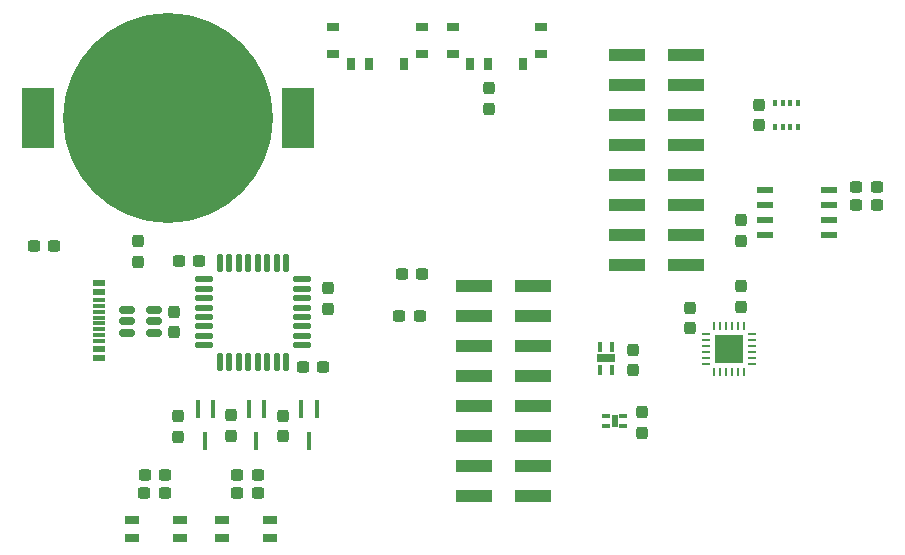
<source format=gbr>
%TF.GenerationSoftware,KiCad,Pcbnew,7.0.2*%
%TF.CreationDate,2023-06-14T22:37:39-04:00*%
%TF.ProjectId,WeatherPill,57656174-6865-4725-9069-6c6c2e6b6963,rev?*%
%TF.SameCoordinates,Original*%
%TF.FileFunction,Paste,Top*%
%TF.FilePolarity,Positive*%
%FSLAX46Y46*%
G04 Gerber Fmt 4.6, Leading zero omitted, Abs format (unit mm)*
G04 Created by KiCad (PCBNEW 7.0.2) date 2023-06-14 22:37:39*
%MOMM*%
%LPD*%
G01*
G04 APERTURE LIST*
G04 Aperture macros list*
%AMRoundRect*
0 Rectangle with rounded corners*
0 $1 Rounding radius*
0 $2 $3 $4 $5 $6 $7 $8 $9 X,Y pos of 4 corners*
0 Add a 4 corners polygon primitive as box body*
4,1,4,$2,$3,$4,$5,$6,$7,$8,$9,$2,$3,0*
0 Add four circle primitives for the rounded corners*
1,1,$1+$1,$2,$3*
1,1,$1+$1,$4,$5*
1,1,$1+$1,$6,$7*
1,1,$1+$1,$8,$9*
0 Add four rect primitives between the rounded corners*
20,1,$1+$1,$2,$3,$4,$5,0*
20,1,$1+$1,$4,$5,$6,$7,0*
20,1,$1+$1,$6,$7,$8,$9,0*
20,1,$1+$1,$8,$9,$2,$3,0*%
G04 Aperture macros list end*
%ADD10RoundRect,0.150000X-0.512500X-0.150000X0.512500X-0.150000X0.512500X0.150000X-0.512500X0.150000X0*%
%ADD11RoundRect,0.237500X0.300000X0.237500X-0.300000X0.237500X-0.300000X-0.237500X0.300000X-0.237500X0*%
%ADD12RoundRect,0.237500X0.237500X-0.300000X0.237500X0.300000X-0.237500X0.300000X-0.237500X-0.300000X0*%
%ADD13RoundRect,0.237500X-0.237500X0.300000X-0.237500X-0.300000X0.237500X-0.300000X0.237500X0.300000X0*%
%ADD14R,3.150000X1.000000*%
%ADD15R,1.460500X0.558800*%
%ADD16RoundRect,0.125000X0.625000X0.125000X-0.625000X0.125000X-0.625000X-0.125000X0.625000X-0.125000X0*%
%ADD17RoundRect,0.125000X0.125000X0.625000X-0.125000X0.625000X-0.125000X-0.625000X0.125000X-0.625000X0*%
%ADD18R,1.600000X0.700000*%
%ADD19RoundRect,0.014000X-0.161000X0.361000X-0.161000X-0.361000X0.161000X-0.361000X0.161000X0.361000X0*%
%ADD20RoundRect,0.237500X-0.300000X-0.237500X0.300000X-0.237500X0.300000X0.237500X-0.300000X0.237500X0*%
%ADD21R,1.244600X0.660400*%
%ADD22R,2.790000X5.080000*%
%ADD23C,17.780000*%
%ADD24R,2.387600X2.387600*%
%ADD25R,0.203200X0.711200*%
%ADD26R,0.711200X0.203200*%
%ADD27R,0.350000X0.500000*%
%ADD28R,0.450000X1.500000*%
%ADD29R,0.711200X0.304800*%
%ADD30R,0.508000X1.092200*%
%ADD31R,1.140000X0.300000*%
%ADD32R,1.140000X0.600000*%
%ADD33R,1.000000X0.800000*%
%ADD34R,0.700000X1.100000*%
G04 APERTURE END LIST*
D10*
%TO.C,U5*%
X59833000Y-156210000D03*
X59833000Y-157160000D03*
X59833000Y-158110000D03*
X62108000Y-158110000D03*
X62108000Y-157160000D03*
X62108000Y-156210000D03*
%TD*%
D11*
%TO.C,C7*%
X123290500Y-145796000D03*
X121565500Y-145796000D03*
%TD*%
D12*
%TO.C,R9*%
X64150000Y-166938000D03*
X64150000Y-165213000D03*
%TD*%
D13*
%TO.C,C6*%
X113284000Y-138837500D03*
X113284000Y-140562500D03*
%TD*%
D14*
%TO.C,J4*%
X94204000Y-171958000D03*
X89154000Y-171958000D03*
X94204000Y-169418000D03*
X89154000Y-169418000D03*
X94204000Y-166878000D03*
X89154000Y-166878000D03*
X94204000Y-164338000D03*
X89154000Y-164338000D03*
X94204000Y-161798000D03*
X89154000Y-161798000D03*
X94204000Y-159258000D03*
X89154000Y-159258000D03*
X94204000Y-156718000D03*
X89154000Y-156718000D03*
X94204000Y-154178000D03*
X89154000Y-154178000D03*
%TD*%
D12*
%TO.C,R10*%
X60706000Y-152119500D03*
X60706000Y-150394500D03*
%TD*%
D11*
%TO.C,R13*%
X53668000Y-150749000D03*
X51943000Y-150749000D03*
%TD*%
D15*
%TO.C,U4*%
X113792000Y-146050000D03*
X113792000Y-147320000D03*
X113792000Y-148590000D03*
X113792000Y-149860000D03*
X119240300Y-149860000D03*
X119240300Y-148590000D03*
X119240300Y-147320000D03*
X119240300Y-146050000D03*
%TD*%
D16*
%TO.C,U1*%
X74644000Y-159194000D03*
X74644000Y-158394000D03*
X74644000Y-157594000D03*
X74644000Y-156794000D03*
X74644000Y-155994000D03*
X74644000Y-155194000D03*
X74644000Y-154394000D03*
X74644000Y-153594000D03*
D17*
X73269000Y-152219000D03*
X72469000Y-152219000D03*
X71669000Y-152219000D03*
X70869000Y-152219000D03*
X70069000Y-152219000D03*
X69269000Y-152219000D03*
X68469000Y-152219000D03*
X67669000Y-152219000D03*
D16*
X66294000Y-153594000D03*
X66294000Y-154394000D03*
X66294000Y-155194000D03*
X66294000Y-155994000D03*
X66294000Y-156794000D03*
X66294000Y-157594000D03*
X66294000Y-158394000D03*
X66294000Y-159194000D03*
D17*
X67669000Y-160569000D03*
X68469000Y-160569000D03*
X69269000Y-160569000D03*
X70069000Y-160569000D03*
X70869000Y-160569000D03*
X71669000Y-160569000D03*
X72469000Y-160569000D03*
X73269000Y-160569000D03*
%TD*%
D18*
%TO.C,U14*%
X100330000Y-160274000D03*
D19*
X100830000Y-161244000D03*
X99830000Y-161244000D03*
X99830000Y-159304000D03*
X100830000Y-159304000D03*
%TD*%
D20*
%TO.C,R12*%
X121565500Y-147320000D03*
X123290500Y-147320000D03*
%TD*%
D14*
%TO.C,J2*%
X107158000Y-152400000D03*
X102108000Y-152400000D03*
X107158000Y-149860000D03*
X102108000Y-149860000D03*
X107158000Y-147320000D03*
X102108000Y-147320000D03*
X107158000Y-144780000D03*
X102108000Y-144780000D03*
X107158000Y-142240000D03*
X102108000Y-142240000D03*
X107158000Y-139700000D03*
X102108000Y-139700000D03*
X107158000Y-137160000D03*
X102108000Y-137160000D03*
X107158000Y-134620000D03*
X102108000Y-134620000D03*
%TD*%
D11*
%TO.C,R3*%
X84582000Y-156718000D03*
X82857000Y-156718000D03*
%TD*%
D21*
%TO.C,SW1*%
X67871000Y-173990000D03*
X71935000Y-173990000D03*
X67871000Y-175470002D03*
X71935000Y-175470002D03*
%TD*%
D22*
%TO.C,BT1*%
X52273710Y-139954000D03*
X74243710Y-139954000D03*
D23*
X63258710Y-139954000D03*
%TD*%
D20*
%TO.C,R1*%
X61320000Y-170180000D03*
X63045000Y-170180000D03*
%TD*%
D13*
%TO.C,C4*%
X103378000Y-164846000D03*
X103378000Y-166571000D03*
%TD*%
D24*
%TO.C,U13*%
X110744000Y-159512000D03*
D25*
X109474000Y-157568900D03*
X109982000Y-157568900D03*
X110490000Y-157568900D03*
X110998000Y-157568900D03*
X111506000Y-157568900D03*
X112014000Y-157568900D03*
D26*
X112687100Y-158242000D03*
X112687100Y-158750000D03*
X112687100Y-159258000D03*
X112687100Y-159766000D03*
X112687100Y-160274000D03*
X112687100Y-160782000D03*
D25*
X112014000Y-161455100D03*
X111506000Y-161455100D03*
X110998000Y-161455100D03*
X110490000Y-161455100D03*
X109982000Y-161455100D03*
X109474000Y-161455100D03*
D26*
X108800900Y-160782000D03*
X108800900Y-160274000D03*
X108800900Y-159766000D03*
X108800900Y-159258000D03*
X108800900Y-158750000D03*
X108800900Y-158242000D03*
%TD*%
D27*
%TO.C,U3*%
X114666000Y-138684000D03*
X115316000Y-138684000D03*
X115966000Y-138684000D03*
X116616000Y-138684000D03*
X116616000Y-140734000D03*
X115966000Y-140734000D03*
X115316000Y-140734000D03*
X114666000Y-140734000D03*
%TD*%
D28*
%TO.C,Q1*%
X75864000Y-164592000D03*
X74564000Y-164592000D03*
X75214000Y-167252000D03*
%TD*%
D20*
%TO.C,C10*%
X61267000Y-171704000D03*
X62992000Y-171704000D03*
%TD*%
D12*
%TO.C,R8*%
X68610000Y-166825000D03*
X68610000Y-165100000D03*
%TD*%
%TO.C,R5*%
X107442000Y-157734000D03*
X107442000Y-156009000D03*
%TD*%
D29*
%TO.C,U2*%
X101841300Y-165208001D03*
X101841300Y-166007999D03*
X100342700Y-166007999D03*
X100342700Y-165208001D03*
D30*
X101092000Y-165608000D03*
%TD*%
D12*
%TO.C,C8*%
X63754000Y-158088500D03*
X63754000Y-156363500D03*
%TD*%
%TO.C,C3*%
X76819000Y-156087000D03*
X76819000Y-154362000D03*
%TD*%
%TO.C,C11*%
X111760000Y-155903000D03*
X111760000Y-154178000D03*
%TD*%
D31*
%TO.C,J3*%
X57404000Y-155337000D03*
X57404000Y-156337000D03*
X57404000Y-157837000D03*
X57404000Y-158837000D03*
D32*
X57404000Y-159487000D03*
X57404000Y-160287000D03*
D31*
X57404000Y-158337000D03*
X57404000Y-157337000D03*
X57404000Y-156837000D03*
X57404000Y-155837000D03*
D32*
X57404000Y-154687000D03*
X57404000Y-153887000D03*
%TD*%
D12*
%TO.C,R7*%
X73040000Y-166885000D03*
X73040000Y-165160000D03*
%TD*%
D28*
%TO.C,Q2*%
X71404000Y-164592000D03*
X70104000Y-164592000D03*
X70754000Y-167252000D03*
%TD*%
D12*
%TO.C,R11*%
X111760000Y-150315000D03*
X111760000Y-148590000D03*
%TD*%
D11*
%TO.C,C2*%
X76401000Y-161036000D03*
X74676000Y-161036000D03*
%TD*%
D33*
%TO.C,SW4*%
X77276000Y-132200000D03*
X77276000Y-134500000D03*
X84776000Y-132200000D03*
X84776000Y-134500000D03*
D34*
X83276000Y-135400000D03*
X80276000Y-135400000D03*
X78776000Y-135400000D03*
%TD*%
D12*
%TO.C,R6*%
X90424000Y-139139000D03*
X90424000Y-137414000D03*
%TD*%
D20*
%TO.C,C1*%
X64172000Y-152076000D03*
X65897000Y-152076000D03*
%TD*%
D21*
%TO.C,SW2*%
X60251000Y-174011999D03*
X64315000Y-174011999D03*
X60251000Y-175492001D03*
X64315000Y-175492001D03*
%TD*%
D20*
%TO.C,C13*%
X69141000Y-171704000D03*
X70866000Y-171704000D03*
%TD*%
D33*
%TO.C,SW3*%
X87376000Y-132207000D03*
X87376000Y-134507000D03*
X94876000Y-132207000D03*
X94876000Y-134507000D03*
D34*
X93376000Y-135407000D03*
X90376000Y-135407000D03*
X88876000Y-135407000D03*
%TD*%
D20*
%TO.C,R2*%
X69141000Y-170180000D03*
X70866000Y-170180000D03*
%TD*%
D11*
%TO.C,R4*%
X84783000Y-153162000D03*
X83058000Y-153162000D03*
%TD*%
D28*
%TO.C,Q3*%
X67086000Y-164592000D03*
X65786000Y-164592000D03*
X66436000Y-167252000D03*
%TD*%
D12*
%TO.C,C12*%
X102616000Y-161290000D03*
X102616000Y-159565000D03*
%TD*%
M02*

</source>
